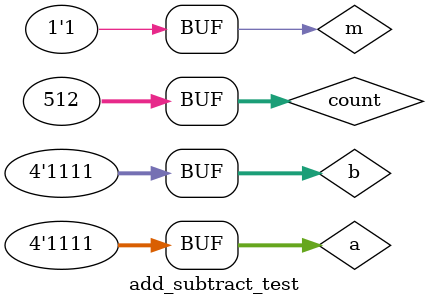
<source format=v>
module add_subtract(a,b,m,s,c);
  
  input [3:0]a,b;
  input m;
  output [3:0]s;
  output c;
  wire c1,c2,c3;
  wire [3:0]var;
  
  xor x1(var[0],b[0],m);
  xor x2(var[1],b[1],m);
  xor x3(var[2],b[2],m);
  xor x4(var[3],b[3],m);
  
  full f0(s[0],c1,a[0],var[0],m);
  full f1(s[1],c2,a[1],var[1],c1);
  full f2(s[2],c3,a[2],var[2],c2);
  full f3(s[3],c,a[3],var[3],c3);
  
endmodule
  
module full(s,c,a,b,d);
  
  input a,b,d;
  output s,c;
  wire s1,c1,c2;
  
  half h0(s1,c1,a,b);
  half h1(s,c2,s1,d);
  or o1(c,c1,c2);
  
endmodule

module half(s,c,a,b);
  
  input a,b;
  output s,c;
  xor(s,a,b);
  and(c,a,b);
  
endmodule


module add_subtract_test;
  reg [3:0]a,b;
  reg m;
  wire [3:0]s;
  wire c;
  add_subtract test(a,b,m,s,c);
  integer count;
  initial begin
     $dumpfile("dump.vcd");
            $dumpvars;
    for(count=0;count<512;count=count+1)begin
      {m,a,b}=count;
      #20;
    end
  end
endmodule
</source>
